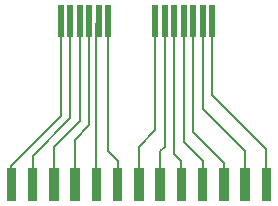
<source format=gbr>
%TF.GenerationSoftware,KiCad,Pcbnew,8.0.2-1*%
%TF.CreationDate,2024-09-13T14:37:28-04:00*%
%TF.ProjectId,Dummy Board,44756d6d-7920-4426-9f61-72642e6b6963,rev?*%
%TF.SameCoordinates,Original*%
%TF.FileFunction,Copper,L2,Bot*%
%TF.FilePolarity,Positive*%
%FSLAX46Y46*%
G04 Gerber Fmt 4.6, Leading zero omitted, Abs format (unit mm)*
G04 Created by KiCad (PCBNEW 8.0.2-1) date 2024-09-13 14:37:28*
%MOMM*%
%LPD*%
G01*
G04 APERTURE LIST*
%TA.AperFunction,ConnectorPad*%
%ADD10R,0.550000X2.800000*%
%TD*%
%TA.AperFunction,Conductor*%
%ADD11C,0.200000*%
%TD*%
G04 APERTURE END LIST*
%TA.AperFunction,Conductor*%
%TO.N,23*%
G36*
X146800000Y-88387300D02*
G01*
X147600000Y-88387300D01*
X147600000Y-91212700D01*
X146800000Y-91212700D01*
X146800000Y-88387300D01*
G37*
%TD.AperFunction*%
%TA.AperFunction,Conductor*%
%TO.N,21*%
G36*
X145000000Y-88387300D02*
G01*
X145800000Y-88387300D01*
X145800000Y-91212700D01*
X145000000Y-91212700D01*
X145000000Y-88387300D01*
G37*
%TD.AperFunction*%
%TA.AperFunction,Conductor*%
%TO.N,19*%
G36*
X143200000Y-88387300D02*
G01*
X144000000Y-88387300D01*
X144000000Y-91212700D01*
X143200000Y-91212700D01*
X143200000Y-88387300D01*
G37*
%TD.AperFunction*%
%TA.AperFunction,Conductor*%
%TO.N,17*%
G36*
X141400000Y-88387300D02*
G01*
X142200000Y-88387300D01*
X142200000Y-91212700D01*
X141400000Y-91212700D01*
X141400000Y-88387300D01*
G37*
%TD.AperFunction*%
%TA.AperFunction,Conductor*%
%TO.N,15*%
G36*
X139600000Y-88387300D02*
G01*
X140400000Y-88387300D01*
X140400000Y-91212700D01*
X139600000Y-91212700D01*
X139600000Y-88387300D01*
G37*
%TD.AperFunction*%
%TA.AperFunction,Conductor*%
%TO.N,9*%
G36*
X134200000Y-88387300D02*
G01*
X135000000Y-88387300D01*
X135000000Y-91212700D01*
X134200000Y-91212700D01*
X134200000Y-88387300D01*
G37*
%TD.AperFunction*%
%TA.AperFunction,Conductor*%
%TO.N,11*%
G36*
X136000000Y-88387300D02*
G01*
X136800000Y-88387300D01*
X136800000Y-91212700D01*
X136000000Y-91212700D01*
X136000000Y-88387300D01*
G37*
%TD.AperFunction*%
%TA.AperFunction,Conductor*%
%TO.N,1*%
G36*
X127000000Y-88387300D02*
G01*
X127800000Y-88387300D01*
X127800000Y-91212700D01*
X127000000Y-91212700D01*
X127000000Y-88387300D01*
G37*
%TD.AperFunction*%
%TA.AperFunction,Conductor*%
%TO.N,7*%
G36*
X132400000Y-88387300D02*
G01*
X133200000Y-88387300D01*
X133200000Y-91212700D01*
X132400000Y-91212700D01*
X132400000Y-88387300D01*
G37*
%TD.AperFunction*%
%TA.AperFunction,Conductor*%
%TO.N,5*%
G36*
X130600000Y-88387300D02*
G01*
X131400000Y-88387300D01*
X131400000Y-91212700D01*
X130600000Y-91212700D01*
X130600000Y-88387300D01*
G37*
%TD.AperFunction*%
%TA.AperFunction,Conductor*%
%TO.N,3*%
G36*
X128800000Y-88387300D02*
G01*
X129600000Y-88387300D01*
X129600000Y-91212700D01*
X128800000Y-91212700D01*
X128800000Y-88387300D01*
G37*
%TD.AperFunction*%
%TA.AperFunction,Conductor*%
%TO.N,13*%
G36*
X137800000Y-88387300D02*
G01*
X138600000Y-88387300D01*
X138600000Y-91212700D01*
X137800000Y-91212700D01*
X137800000Y-88387300D01*
G37*
%TD.AperFunction*%
%TA.AperFunction,Conductor*%
%TO.N,25*%
G36*
X148600000Y-88387300D02*
G01*
X149400000Y-88387300D01*
X149400000Y-91212700D01*
X148600000Y-91212700D01*
X148600000Y-88387300D01*
G37*
%TD.AperFunction*%
%TD*%
D10*
%TO.P,REF\u002A\u002A,1*%
%TO.N,1*%
X131600000Y-76000000D03*
%TO.P,REF\u002A\u002A,3*%
%TO.N,3*%
X132400000Y-76000000D03*
%TO.P,REF\u002A\u002A,5*%
%TO.N,5*%
X133200000Y-76000000D03*
%TO.P,REF\u002A\u002A,7*%
%TO.N,7*%
X134000000Y-76000000D03*
%TO.P,REF\u002A\u002A,9*%
%TO.N,9*%
X134800000Y-76000000D03*
%TO.P,REF\u002A\u002A,11*%
%TO.N,11*%
X135600000Y-76000000D03*
%TO.P,REF\u002A\u002A,13*%
%TO.N,13*%
X139600000Y-76000000D03*
%TO.P,REF\u002A\u002A,15*%
%TO.N,15*%
X140400000Y-76000000D03*
%TO.P,REF\u002A\u002A,17*%
%TO.N,17*%
X141200000Y-76000000D03*
%TO.P,REF\u002A\u002A,19*%
%TO.N,19*%
X142000000Y-76000000D03*
%TO.P,REF\u002A\u002A,21*%
%TO.N,21*%
X142800000Y-76000000D03*
%TO.P,REF\u002A\u002A,23*%
%TO.N,23*%
X143600000Y-76000000D03*
%TO.P,REF\u002A\u002A,25*%
%TO.N,25*%
X144400000Y-76000000D03*
%TD*%
D11*
%TO.N,17*%
X141200000Y-76000000D02*
X141200000Y-87200000D01*
X141800000Y-87800000D02*
X141200000Y-87200000D01*
X141800000Y-89800000D02*
X141800000Y-87800000D01*
%TO.N,19*%
X142000000Y-76000000D02*
X142000000Y-86200000D01*
X143600000Y-89800000D02*
X143600000Y-87800000D01*
X143600000Y-87800000D02*
X142000000Y-86200000D01*
%TO.N,21*%
X145400000Y-89800000D02*
X145400000Y-88000000D01*
X145400000Y-88000000D02*
X142800000Y-85400000D01*
X142800000Y-85400000D02*
X142800000Y-76000000D01*
%TO.N,15*%
X140400000Y-76000000D02*
X140400000Y-86600000D01*
X140400000Y-86600000D02*
X140000000Y-87000000D01*
X140000000Y-87000000D02*
X140000000Y-89800000D01*
%TO.N,13*%
X138200000Y-89800000D02*
X138200000Y-86600000D01*
X138200000Y-86600000D02*
X139600000Y-85200000D01*
X139600000Y-85200000D02*
X139600000Y-76000000D01*
%TO.N,11*%
X135600000Y-76000000D02*
X135600000Y-87000000D01*
X135600000Y-87000000D02*
X136400000Y-87800000D01*
X136400000Y-87800000D02*
X136400000Y-89800000D01*
%TO.N,9*%
X134800000Y-76000000D02*
X134600000Y-76200000D01*
X134600000Y-76200000D02*
X134600000Y-89800000D01*
%TO.N,7*%
X134000000Y-76000000D02*
X134000000Y-84800000D01*
X132800000Y-89800000D02*
X132800000Y-86000000D01*
X132800000Y-86000000D02*
X134000000Y-84800000D01*
%TO.N,5*%
X133200000Y-76000000D02*
X133200000Y-84400000D01*
X131000000Y-89800000D02*
X131000000Y-86600000D01*
X131000000Y-86600000D02*
X133200000Y-84400000D01*
%TO.N,3*%
X132400000Y-76000000D02*
X132400000Y-84200000D01*
X129200000Y-87400000D02*
X132400000Y-84200000D01*
X129200000Y-89800000D02*
X129200000Y-87400000D01*
%TO.N,1*%
X131600000Y-76000000D02*
X131600000Y-84000000D01*
X127400000Y-88200000D02*
X131600000Y-84000000D01*
X127400000Y-89800000D02*
X127400000Y-88200000D01*
%TO.N,23*%
X143600000Y-76000000D02*
X143600000Y-83400000D01*
X147200000Y-87000000D02*
X143600000Y-83400000D01*
X147200000Y-89800000D02*
X147200000Y-87000000D01*
%TO.N,25*%
X144400000Y-76000000D02*
X144400000Y-82200000D01*
X149000000Y-89800000D02*
X149000000Y-86800000D01*
X149000000Y-86800000D02*
X144400000Y-82200000D01*
%TD*%
M02*

</source>
